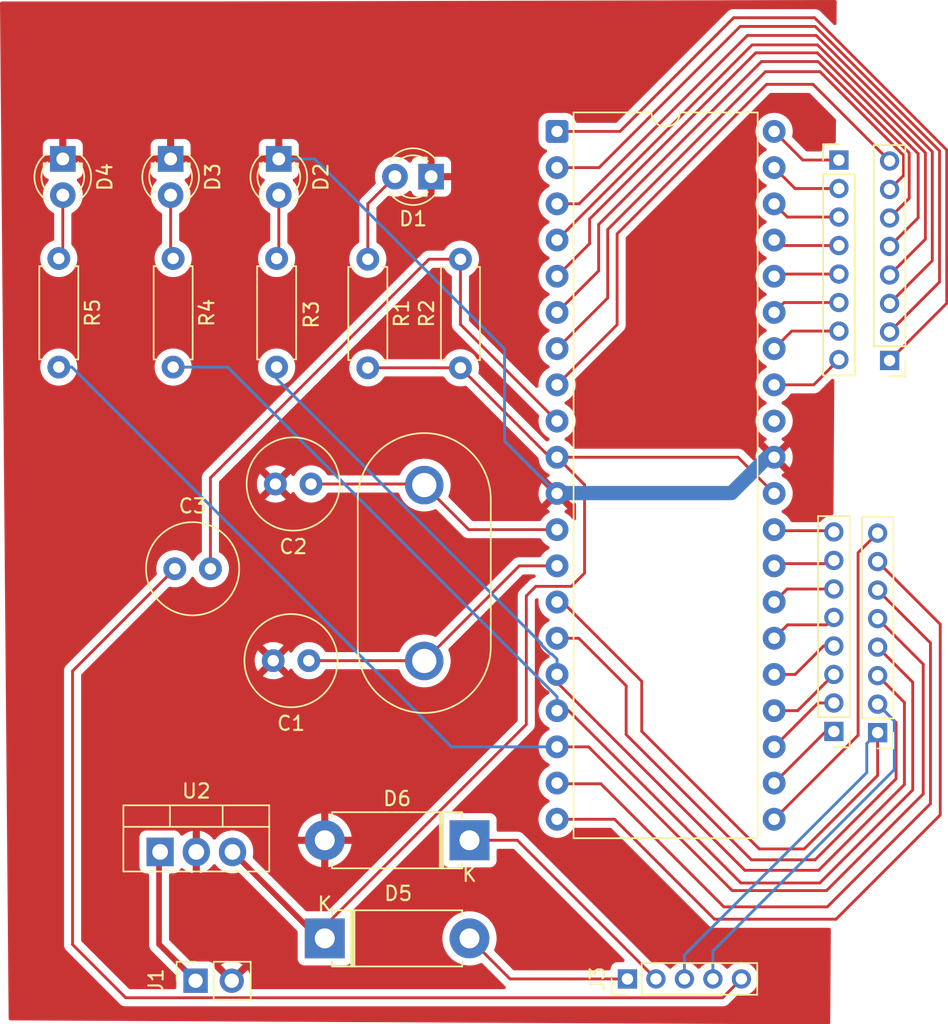
<source format=kicad_pcb>
(kicad_pcb (version 20241229) (generator "pcbnew") (generator_version "9.0")
  (layers (0 "F.Cu" signal) (2 "B.Cu" signal) (13 "F.Paste" user) (15 "B.Paste" user) (5 "F.SilkS" user "F.Silkscreen") (7 "B.SilkS" user "B.Silkscreen") (1 "F.Mask" user) (3 "B.Mask" user) (25 "Edge.Cuts" user))
  (net 0 "")
  (net 1 "XTAL1")
  (net 2 "GND")
  (net 3 "XTAL2")
  (net 4 "RESET")
  (net 5 "DTR")
  (net 6 "Net-(D1-A)")
  (net 7 "Net-(D2-A)")
  (net 8 "Net-(D3-A)")
  (net 9 "Net-(D4-A)")
  (net 10 "POWER_USB")
  (net 11 "VCC_MIC")
  (net 12 "GND_USB")
  (net 13 "External_Power")
  (net 14 "PA7")
  (net 15 "PA2")
  (net 16 "PA5")
  (net 17 "PA6")
  (net 18 "PA3")
  (net 19 "PA4")
  (net 20 "PA0")
  (net 21 "PA1")
  (net 22 "TX_MIC")
  (net 23 "RX_MIC")
  (net 24 "PB1")
  (net 25 "PB7")
  (net 26 "PB0")
  (net 27 "PB3")
  (net 28 "PB5")
  (net 29 "PB2")
  (net 30 "PB4")
  (net 31 "PB6")
  (net 32 "PC3")
  (net 33 "PC4")
  (net 34 "PC0")
  (net 35 "PC7")
  (net 36 "PC1")
  (net 37 "PC6")
  (net 38 "PC5")
  (net 39 "PC2")
  (net 40 "PD7")
  (net 41 "PD5")
  (net 42 "PD6")
  (net 43 "PD4")
  (net 44 "PD3")
  (net 45 "PD2")
  (net 46 "AREF")
  (footprint "Package_TO_SOT_THT:TO-220-3_Vertical" (layer "F.Cu") (at 106.1212 94.9758)
    (property "Reference" "U2" (at 2.54 -4.27 0) (layer "F.SilkS"))
    (property "Value" "LM7805_TO220" (hide yes))
    (fp_line (start -2.58 -3.27) (end -2.58 1.371) (stroke (width 0.12)) (layer "F.SilkS"))
    (fp_line (start -2.58 -3.27) (end 7.66 -3.27) (stroke (width 0.12)) (layer "F.SilkS"))
    (fp_line (start -2.58 -1.76) (end 7.66 -1.76) (stroke (width 0.12)) (layer "F.SilkS"))
    (fp_line (start -2.58 1.371) (end 7.66 1.371) (stroke (width 0.12)) (layer "F.SilkS"))
    (fp_line (start 0.69 -3.27) (end 0.69 -1.76) (stroke (width 0.12)) (layer "F.SilkS"))
    (fp_line (start 4.391 -3.27) (end 4.391 -1.76) (stroke (width 0.12)) (layer "F.SilkS"))
    (fp_line (start 7.66 -3.27) (end 7.66 1.371) (stroke (width 0.12)) (layer "F.SilkS"))
    (pad "1" thru_hole rect (at 0 0) (size 1.905 2) (drill 1.1) (layers "*.Cu" "*.Mask") (net 13 "External_Power"))
    (pad "2" thru_hole oval (at 2.54 0) (size 1.905 2) (drill 1.1) (layers "*.Cu" "*.Mask") (net 2 "GND"))
    (pad "3" thru_hole oval (at 5.08 0) (size 1.905 2) (drill 1.1) (layers "*.Cu" "*.Mask") (net 11 "VCC_MIC"))
  )
  (footprint "Crystal:Crystal_HC33-U_Vertical" (layer "F.Cu") (at 124.6632 69.238 -90)
    (property "Reference" "Y1" (hide yes))
    (property "Value" "Crystal")
    (fp_line (start 1.025 4.67) (end 11.315 4.67) (stroke (width 0.12)) (layer "F.SilkS"))
    (fp_line (start 1.025 -4.67) (end 11.315 -4.67) (stroke (width 0.12)) (layer "F.SilkS"))
    (fp_arc (start 1.025 4.67) (mid -3.645 0) (end 1.025 -4.67) (stroke (width 0.12)) (layer "F.SilkS"))
    (fp_arc (start 11.315 -4.67) (mid 15.985 0) (end 11.315 4.67) (stroke (width 0.12)) (layer "F.SilkS"))
    (pad "1" thru_hole circle (at 0 0 270) (size 2.7 2.7) (drill 1.7) (layers "*.Cu" "*.Mask") (net 3 "XTAL2"))
    (pad "2" thru_hole circle (at 12.34 0 270) (size 2.7 2.7) (drill 1.7) (layers "*.Cu" "*.Mask") (net 1 "XTAL1"))
  )
  (footprint "Connector_PinHeader_2.00mm:PinHeader_1x05_P2.00mm_Vertical" (layer "F.Cu") (at 138.9258 103.886 90)
    (property "Reference" "J3" (at 0 -2.11 90) (layer "F.SilkS"))
    (property "Value" "Conn_01x05_Pin" (hide yes))
    (fp_line (start -1.11 -1.11) (end 0 -1.11) (stroke (width 0.12)) (layer "F.SilkS"))
    (fp_line (start -1.11 0) (end -1.11 -1.11) (stroke (width 0.12)) (layer "F.SilkS"))
    (fp_line (start 1.11 1) (end 1.11 9.11) (stroke (width 0.12)) (layer "F.SilkS"))
    (fp_line (start -1.11 1) (end 1.11 1) (stroke (width 0.12)) (layer "F.SilkS"))
    (fp_line (start -1.11 1) (end -1.11 9.11) (stroke (width 0.12)) (layer "F.SilkS"))
    (fp_line (start -1.11 9.11) (end 1.11 9.11) (stroke (width 0.12)) (layer "F.SilkS"))
    (pad "1" thru_hole rect (at 0 0 90) (size 1.35 1.35) (drill 0.8) (layers "*.Cu" "*.Mask") (net 10 "POWER_USB"))
    (pad "2" thru_hole circle (at 0 2 90) (size 1.35 1.35) (drill 0.8) (layers "*.Cu" "*.Mask") (net 12 "GND_USB"))
    (pad "3" thru_hole circle (at 0 4 90) (size 1.35 1.35) (drill 0.8) (layers "*.Cu" "*.Mask") (net 23 "RX_MIC"))
    (pad "4" thru_hole circle (at 0 6 90) (size 1.35 1.35) (drill 0.8) (layers "*.Cu" "*.Mask") (net 22 "TX_MIC"))
    (pad "5" thru_hole circle (at 0 8 90) (size 1.35 1.35) (drill 0.8) (layers "*.Cu" "*.Mask") (net 5 "DTR"))
  )
  (footprint "Connector_PinHeader_2.00mm:PinHeader_1x08_P2.00mm_Vertical" (layer "F.Cu") (at 153.7716 46.4322)
    (property "Reference" "J2" (hide yes))
    (property "Value" "Conn_01x08_Pin" (hide yes))
    (fp_line (start -1.11 -1.11) (end 0 -1.11) (stroke (width 0.12)) (layer "F.SilkS"))
    (fp_line (start -1.11 0) (end -1.11 -1.11) (stroke (width 0.12)) (layer "F.SilkS"))
    (fp_line (start -1.11 1) (end -1.11 15.11) (stroke (width 0.12)) (layer "F.SilkS"))
    (fp_line (start -1.11 1) (end 1.11 1) (stroke (width 0.12)) (layer "F.SilkS"))
    (fp_line (start -1.11 15.11) (end 1.11 15.11) (stroke (width 0.12)) (layer "F.SilkS"))
    (fp_line (start 1.11 1) (end 1.11 15.11) (stroke (width 0.12)) (layer "F.SilkS"))
    (pad "1" thru_hole rect (at 0 0) (size 1.35 1.35) (drill 0.8) (layers "*.Cu" "*.Mask") (net 20 "PA0"))
    (pad "2" thru_hole circle (at 0 2) (size 1.35 1.35) (drill 0.8) (layers "*.Cu" "*.Mask") (net 21 "PA1"))
    (pad "3" thru_hole circle (at 0 4) (size 1.35 1.35) (drill 0.8) (layers "*.Cu" "*.Mask") (net 15 "PA2"))
    (pad "4" thru_hole circle (at 0 6) (size 1.35 1.35) (drill 0.8) (layers "*.Cu" "*.Mask") (net 18 "PA3"))
    (pad "5" thru_hole circle (at 0 8) (size 1.35 1.35) (drill 0.8) (layers "*.Cu" "*.Mask") (net 19 "PA4"))
    (pad "6" thru_hole circle (at 0 10) (size 1.35 1.35) (drill 0.8) (layers "*.Cu" "*.Mask") (net 16 "PA5"))
    (pad "7" thru_hole circle (at 0 12) (size 1.35 1.35) (drill 0.8) (layers "*.Cu" "*.Mask") (net 17 "PA6"))
    (pad "8" thru_hole circle (at 0 14) (size 1.35 1.35) (drill 0.8) (layers "*.Cu" "*.Mask") (net 14 "PA7"))
  )
  (footprint "LED_THT:LED_D3.0mm" (layer "F.Cu") (at 106.8578 46.355 -90)
    (property "Reference" "D3" (at 1.27 -2.96 90) (layer "F.SilkS"))
    (property "Value" "LED")
    (fp_line (start -0.29 1.08) (end -0.29 1.236) (stroke (width 0.12)) (layer "F.SilkS"))
    (fp_line (start -0.29 -1.236) (end -0.29 -1.08) (stroke (width 0.12)) (layer "F.SilkS"))
    (fp_arc (start 2.941397 1.080061) (mid 1.365624 1.987701) (end -0.29 1.235516) (stroke (width 0.12)) (layer "F.SilkS"))
    (fp_arc (start 2.31091 1.080049) (mid 1.269964 1.5) (end 0.229039 1.08) (stroke (width 0.12)) (layer "F.SilkS"))
    (fp_arc (start 0.229039 -1.08) (mid 1.269964 -1.5) (end 2.31091 -1.080049) (stroke (width 0.12)) (layer "F.SilkS"))
    (fp_arc (start -0.29 -1.235516) (mid 1.365624 -1.987701) (end 2.941397 -1.080061) (stroke (width 0.12)) (layer "F.SilkS"))
    (pad "1" thru_hole rect (at 0 0 270) (size 1.8 1.8) (drill 0.9) (layers "*.Cu" "*.Mask") (net 2 "GND"))
    (pad "2" thru_hole circle (at 2.54 0 270) (size 1.8 1.8) (drill 0.9) (layers "*.Cu" "*.Mask") (net 8 "Net-(D3-A)"))
  )
  (footprint "Resistor_THT:R_Axial_DIN0207_L6.3mm_D2.5mm_P7.62mm_Horizontal" (layer "F.Cu") (at 114.3 53.34 -90)
    (property "Reference" "R3" (at 3.937 -2.4384 90) (layer "F.SilkS"))
    (property "Value" "330")
    (fp_line (start 0.54 1.37) (end 7.08 1.37) (stroke (width 0.12)) (layer "F.SilkS"))
    (fp_line (start 7.08 1.37) (end 7.08 1.04) (stroke (width 0.12)) (layer "F.SilkS"))
    (fp_line (start 0.54 1.04) (end 0.54 1.37) (stroke (width 0.12)) (layer "F.SilkS"))
    (fp_line (start 0.54 -1.04) (end 0.54 -1.37) (stroke (width 0.12)) (layer "F.SilkS"))
    (fp_line (start 0.54 -1.37) (end 7.08 -1.37) (stroke (width 0.12)) (layer "F.SilkS"))
    (fp_line (start 7.08 -1.37) (end 7.08 -1.04) (stroke (width 0.12)) (layer "F.SilkS"))
    (pad "1" thru_hole circle (at 0 0 270) (size 1.6 1.6) (drill 0.8) (layers "*.Cu" "*.Mask") (net 7 "Net-(D2-A)"))
    (pad "2" thru_hole oval (at 7.62 0 270) (size 1.6 1.6) (drill 0.8) (layers "*.Cu" "*.Mask") (net 45 "PD2"))
  )
  (footprint "Connector_PinHeader_2.00mm:PinHeader_1x08_P2.00mm_Vertical" (layer "F.Cu") (at 153.416 86.5246 180)
    (property "Reference" "J5" (hide yes))
    (property "Value" "Conn_01x08_Pin" (hide yes))
    (fp_line (start 1.11 1) (end 1.11 15.11) (stroke (width 0.12)) (layer "F.SilkS"))
    (fp_line (start -1.11 15.11) (end 1.11 15.11) (stroke (width 0.12)) (layer "F.SilkS"))
    (fp_line (start -1.11 1) (end 1.11 1) (stroke (width 0.12)) (layer "F.SilkS"))
    (fp_line (start -1.11 1) (end -1.11 15.11) (stroke (width 0.12)) (layer "F.SilkS"))
    (fp_line (start -1.11 0) (end -1.11 -1.11) (stroke (width 0.12)) (layer "F.SilkS"))
    (fp_line (start -1.11 -1.11) (end 0 -1.11) (stroke (width 0.12)) (layer "F.SilkS"))
    (pad "1" thru_hole rect (at 0 0 180) (size 1.35 1.35) (drill 0.8) (layers "*.Cu" "*.Mask") (net 34 "PC0"))
    (pad "2" thru_hole circle (at 0 2 180) (size 1.35 1.35) (drill 0.8) (layers "*.Cu" "*.Mask") (net 36 "PC1"))
    (pad "3" thru_hole circle (at 0 4 180) (size 1.35 1.35) (drill 0.8) (layers "*.Cu" "*.Mask") (net 39 "PC2"))
    (pad "4" thru_hole circle (at 0 6 180) (size 1.35 1.35) (drill 0.8) (layers "*.Cu" "*.Mask") (net 32 "PC3"))
    (pad "5" thru_hole circle (at 0 8 180) (size 1.35 1.35) (drill 0.8) (layers "*.Cu" "*.Mask") (net 33 "PC4"))
    (pad "6" thru_hole circle (at 0 10 180) (size 1.35 1.35) (drill 0.8) (layers "*.Cu" "*.Mask") (net 38 "PC5"))
    (pad "7" thru_hole circle (at 0 12 180) (size 1.35 1.35) (drill 0.8) (layers "*.Cu" "*.Mask") (net 37 "PC6"))
    (pad "8" thru_hole circle (at 0 14 180) (size 1.35 1.35) (drill 0.8) (layers "*.Cu" "*.Mask") (net 35 "PC7"))
  )
  (footprint "LED_THT:LED_D3.0mm" (layer "F.Cu") (at 99.2886 46.355 -90)
    (property "Reference" "D4" (at 1.27 -2.96 90) (layer "F.SilkS"))
    (property "Value" "LED")
    (fp_line (start -0.29 1.08) (end -0.29 1.236) (stroke (width 0.12)) (layer "F.SilkS"))
    (fp_line (start -0.29 -1.236) (end -0.29 -1.08) (stroke (width 0.12)) (layer "F.SilkS"))
    (fp_arc (start 2.941397 1.080061) (mid 1.365624 1.987701) (end -0.29 1.235516) (stroke (width 0.12)) (layer "F.SilkS"))
    (fp_arc (start 2.31091 1.080049) (mid 1.269964 1.5) (end 0.229039 1.08) (stroke (width 0.12)) (layer "F.SilkS"))
    (fp_arc (start 0.229039 -1.08) (mid 1.269964 -1.5) (end 2.31091 -1.080049) (stroke (width 0.12)) (layer "F.SilkS"))
    (fp_arc (start -0.29 -1.235516) (mid 1.365624 -1.987701) (end 2.941397 -1.080061) (stroke (width 0.12)) (layer "F.SilkS"))
    (pad "1" thru_hole rect (at 0 0 270) (size 1.8 1.8) (drill 0.9) (layers "*.Cu" "*.Mask") (net 2 "GND"))
    (pad "2" thru_hole circle (at 2.54 0 270) (size 1.8 1.8) (drill 0.9) (layers "*.Cu" "*.Mask") (net 9 "Net-(D4-A)"))
  )
  (footprint "Resistor_THT:R_Axial_DIN0207_L6.3mm_D2.5mm_P7.62mm_Horizontal" (layer "F.Cu") (at 99.0092 53.34 -90)
    (property "Reference" "R5" (at 3.81 -2.37 90) (layer "F.SilkS"))
    (property "Value" "330")
    (fp_line (start 0.54 1.37) (end 7.08 1.37) (stroke (width 0.12)) (layer "F.SilkS"))
    (fp_line (start 7.08 1.37) (end 7.08 1.04) (stroke (width 0.12)) (layer "F.SilkS"))
    (fp_line (start 0.54 1.04) (end 0.54 1.37) (stroke (width 0.12)) (layer "F.SilkS"))
    (fp_line (start 0.54 -1.04) (end 0.54 -1.37) (stroke (width 0.12)) (layer "F.SilkS"))
    (fp_line (start 0.54 -1.37) (end 7.08 -1.37) (stroke (width 0.12)) (layer "F.SilkS"))
    (fp_line (start 7.08 -1.37) (end 7.08 -1.04) (stroke (width 0.12)) (layer "F.SilkS"))
    (pad "1" thru_hole circle (at 0 0 270) (size 1.6 1.6) (drill 0.8) (layers "*.Cu" "*.Mask") (net 9 "Net-(D4-A)"))
    (pad "2" thru_hole oval (at 7.62 0 270) (size 1.6 1.6) (drill 0.8) (layers "*.Cu" "*.Mask") (net 43 "PD4"))
  )
  (footprint "Diode_THT:D_5W_P10.16mm_Horizontal" (layer "F.Cu") (at 127.8382 94.1578 180)
    (property "Reference" "D6" (at 5.08 2.921 0) (layer "F.SilkS"))
    (property "Value" "D" (hide yes))
    (fp_line (start 9.65 1.97) (end 9.65 1.64) (stroke (width 0.12)) (layer "F.SilkS"))
    (fp_line (start 9.65 -1.97) (end 9.65 -1.64) (stroke (width 0.12)) (layer "F.SilkS"))
    (fp_line (start 2.085 -1.97) (end 2.085 1.97) (stroke (width 0.12)) (layer "F.SilkS"))
    (fp_line (start 1.965 -1.97) (end 1.965 1.97) (stroke (width 0.12)) (layer "F.SilkS"))
    (fp_line (start 1.845 -1.97) (end 1.845 1.97) (stroke (width 0.12)) (layer "F.SilkS"))
    (fp_line (start 0.51 1.97) (end 9.65 1.97) (stroke (width 0.12)) (layer "F.SilkS"))
    (fp_line (start 0.51 1.64) (end 0.51 1.97) (stroke (width 0.12)) (layer "F.SilkS"))
    (fp_line (start 0.51 -1.64) (end 0.51 -1.97) (stroke (width 0.12)) (layer "F.SilkS"))
    (fp_line (start 0.51 -1.97) (end 9.65 -1.97) (stroke (width 0.12)) (layer "F.SilkS"))
    (fp_text user "K" (at 0 -2.4 0) (layer "F.SilkS"))
    (pad "1" thru_hole rect (at 0 0 180) (size 2.8 2.8) (drill 1.4) (layers "*.Cu" "*.Mask") (net 12 "GND_USB"))
    (pad "2" thru_hole oval (at 10.16 0 180) (size 2.8 2.8) (drill 1.4) (layers "*.Cu" "*.Mask") (net 2 "GND"))
  )
  (footprint "Capacitor_THT:C_Radial_D6.3mm_H11.0mm_P2.50mm" (layer "F.Cu") (at 116.5606 81.557 180)
    (property "Reference" "C1" (at 1.25 -4.4 0) (layer "F.SilkS"))
    (property "Value" "22pF")
    (fp_circle (center 1.25 0) (end 4.52 0) (stroke (width 0.12)) (fill no) (layer "F.SilkS"))
    (pad "1" thru_hole circle (at 0 0 180) (size 1.6 1.6) (drill 0.8) (layers "*.Cu" "*.Mask") (net 1 "XTAL1"))
    (pad "2" thru_hole circle (at 2.5 0 180) (size 1.6 1.6) (drill 0.8) (layers "*.Cu" "*.Mask") (net 2 "GND"))
  )
  (footprint "Resistor_THT:R_Axial_DIN0207_L6.3mm_D2.5mm_P7.62mm_Horizontal" (layer "F.Cu") (at 107.0356 53.34 -90)
    (property "Reference" "R4" (at 3.81 -2.37 90) (layer "F.SilkS"))
    (property "Value" "330")
    (fp_line (start 0.54 1.37) (end 7.08 1.37) (stroke (width 0.12)) (layer "F.SilkS"))
    (fp_line (start 7.08 1.37) (end 7.08 1.04) (stroke (width 0.12)) (layer "F.SilkS"))
    (fp_line (start 0.54 1.04) (end 0.54 1.37) (stroke (width 0.12)) (layer "F.SilkS"))
    (fp_line (start 0.54 -1.04) (end 0.54 -1.37) (stroke (width 0.12)) (layer "F.SilkS"))
    (fp_line (start 0.54 -1.37) (end 7.08 -1.37) (stroke (width 0.12)) (layer "F.SilkS"))
    (fp_line (start 7.08 -1.37) (end 7.08 -1.04) (stroke (width 0.12)) (layer "F.SilkS"))
    (pad "1" thru_hole circle (at 0 0 270) (size 1.6 1.6) (drill 0.8) (layers "*.Cu" "*.Mask") (net 8 "Net-(D3-A)"))
    (pad "2" thru_hole oval (at 7.62 0 270) (size 1.6 1.6) (drill 0.8) (layers "*.Cu" "*.Mask") (net 44 "PD3"))
  )
  (footprint "Resistor_THT:R_Axial_DIN0207_L6.3mm_D2.5mm_P7.62mm_Horizontal" (layer "F.Cu") (at 127.2032 61.0108 90)
    (property "Reference" "R2" (at 3.81 -2.37 90) (layer "F.SilkS"))
    (property "Value" "10K")
    (fp_line (start 7.08 -1.37) (end 7.08 -1.04) (stroke (width 0.12)) (layer "F.SilkS"))
    (fp_line (start 0.54 -1.37) (end 7.08 -1.37) (stroke (width 0.12)) (layer "F.SilkS"))
    (fp_line (start 0.54 -1.04) (end 0.54 -1.37) (stroke (width 0.12)) (layer "F.SilkS"))
    (fp_line (start 0.54 1.04) (end 0.54 1.37) (stroke (width 0.12)) (layer "F.SilkS"))
    (fp_line (start 7.08 1.37) (end 7.08 1.04) (stroke (width 0.12)) (layer "F.SilkS"))
    (fp_line (start 0.54 1.37) (end 7.08 1.37) (stroke (width 0.12)) (layer "F.SilkS"))
    (pad "1" thru_hole circle (at 0 0 90) (size 1.6 1.6) (drill 0.8) (layers "*.Cu" "*.Mask") (net 11 "VCC_MIC"))
    (pad "2" thru_hole oval (at 7.62 0 90) (size 1.6 1.6) (drill 0.8) (layers "*.Cu" "*.Mask") (net 4 "RESET"))
  )
  (footprint "Capacitor_THT:C_Radial_D6.3mm_H11.0mm_P2.50mm" (layer "F.Cu") (at 116.713 69.1618 180)
    (property "Reference" "C2" (at 1.25 -4.4 0) (layer "F.SilkS"))
    (property "Value" "22pF")
    (fp_circle (center 1.25 0) (end 4.52 0) (stroke (width 0.12)) (fill no) (layer "F.SilkS"))
    (pad "1" thru_hole circle (at 0 0 180) (size 1.6 1.6) (drill 0.8) (layers "*.Cu" "*.Mask") (net 3 "XTAL2"))
    (pad "2" thru_hole circle (at 2.5 0 180) (size 1.6 1.6) (drill 0.8) (layers "*.Cu" "*.Mask") (net 2 "GND"))
  )
  (footprint "LED_THT:LED_D3.0mm" (layer "F.Cu") (at 114.4524 46.355 -90)
    (property "Reference" "D2" (at 1.27 -2.96 90) (layer "F.SilkS"))
    (property "Value" "LED")
    (fp_line (start -0.29 1.08) (end -0.29 1.236) (stroke (width 0.12)) (layer "F.SilkS"))
    (fp_line (start -0.29 -1.236) (end -0.29 -1.08) (stroke (width 0.12)) (layer "F.SilkS"))
    (fp_arc (start 2.941397 1.080061) (mid 1.365624 1.987701) (end -0.29 1.235516) (stroke (width 0.12)) (layer "F.SilkS"))
    (fp_arc (start 2.31091 1.080049) (mid 1.269964 1.5) (end 0.229039 1.08) (stroke (width 0.12)) (layer "F.SilkS"))
    (fp_arc (start 0.229039 -1.08) (mid 1.269964 -1.5) (end 2.31091 -1.080049) (stroke (width 0.12)) (layer "F.SilkS"))
    (fp_arc (start -0.29 -1.235516) (mid 1.365624 -1.987701) (end 2.941397 -1.080061) (stroke (width 0.12)) (layer "F.SilkS"))
    (pad "1" thru_hole rect (at 0 0 270) (size 1.8 1.8) (drill 0.9) (layers "*.Cu" "*.Mask") (net 2 "GND"))
    (pad "2" thru_hole circle (at 2.54 0 270) (size 1.8 1.8) (drill 0.9) (layers "*.Cu" "*.Mask") (net 7 "Net-(D2-A)"))
  )
  (footprint "Connector_PinHeader_2.00mm:PinHeader_1x08_P2.00mm_Vertical" (layer "F.Cu") (at 156.4894 86.6074 180)
    (property "Reference" "J6" (hide yes))
    (property "Value" "Conn_01x08_Pin" (hide yes))
    (fp_line (start 1.11 1) (end 1.11 15.11) (stroke (width 0.12)) (layer "F.SilkS"))
    (fp_line (start -1.11 15.11) (end 1.11 15.11) (stroke (width 0.12)) (layer "F.SilkS"))
    (fp_line (start -1.11 1) (end 1.11 1) (stroke (width 0.12)) (layer "F.SilkS"))
    (fp_line (start -1.11 1) (end -1.11 15.11) (stroke (width 0.12)) (layer "F.SilkS"))
    (fp_line (start -1.11 0) (end -1.11 -1.11) (stroke (width 0.12)) (layer "F.SilkS"))
    (fp_line (start -1.11 -1.11) (end 0 -1.11) (stroke (width 0.12)) (layer "F.SilkS"))
    (pad "1" thru_hole rect (at 0 0 180) (size 1.35 1.35) (drill 0.8) (layers "*.Cu" "*.Mask") (net 23 "RX_MIC"))
    (pad "2" thru_hole circle (at 0 2 180) (size 1.35 1.35) (drill 0.8) (layers "*.Cu" "*.Mask") (net 22 "TX_MIC"))
    (pad "3" thru_hole circle (at 0 4 180) (size 1.35 1.35) (drill 0.8) (layers "*.Cu" "*.Mask") (net 45 "PD2"))
    (pad "4" thru_hole circle (at 0 6 180) (size 1.35 1.35) (drill 0.8) (layers "*.Cu" "*.Mask") (net 44 "PD3"))
    (pad "5" thru_hole circle (at 0 8 180) (size 1.35 1.35) (drill 0.8) (layers "*.Cu" "*.Mask") (net 43 "PD4"))
    (pad "6" thru_hole circle (at 0 10 180) (size 1.35 1.35) (drill 0.8) (layers "*.Cu" "*.Mask") (net 41 "PD5"))
    (pad "7" thru_hole circle (at 0 12 180) (size 1.35 1.35) (drill 0.8) (layers "*.Cu" "*.Mask") (net 42 "PD6"))
    (pad "8" thru_hole circle (at 0 14 180) (size 1.35 1.35) (drill 0.8) (layers "*.Cu" "*.Mask") (net 40 "PD7"))
  )
  (footprint "Connector_PinSocket_2.54mm:PinSocket_1x02_P2.54mm_Vertical" (layer "F.Cu") (at 108.6104 104.013 90)
    (property "Reference" "J1" (at 0 -2.77 90) (layer "F.SilkS"))
    (property "Value" "Conn_01x02_Socket" (hide yes))
    (fp_line (start 1.33 -1.33) (end 1.33 0) (stroke (width 0.12)) (layer "F.SilkS"))
    (fp_line (start 0 -1.33) (end 1.33 -1.33) (stroke (width 0.12)) (layer "F.SilkS"))
    (fp_line (start 1.33 1.27) (end 1.33 3.87) (stroke (width 0.12)) (layer "F.SilkS"))
    (fp_line (start -1.33 1.27) (end 1.33 1.27) (stroke (width 0.12)) (layer "F.SilkS"))
    (fp_line (start -1.33 1.27) (end -1.33 3.87) (stroke (width 0.12)) (layer "F.SilkS"))
    (fp_line (start -1.33 3.87) (end 1.33 3.87) (stroke (width 0.12)) (layer "F.SilkS"))
    (pad "1" thru_hole rect (at 0 0 90) (size 1.7 1.7) (drill 1) (layers "*.Cu" "*.Mask") (net 13 "External_Power"))
    (pad "2" thru_hole circle (at 0 2.54 90) (size 1.7 1.7) (drill 1) (layers "*.Cu" "*.Mask") (net 2 "GND"))
  )
  (footprint "Package_DIP:DIP-40_W15.24mm" (layer "F.Cu") (at 133.985 44.4246)
    (property "Reference" "U1" (hide yes))
    (property "Value" "ATmega32A-P")
    (fp_line (start 1.16 -1.33) (end 1.16 49.59) (stroke (width 0.12)) (layer "F.SilkS"))
    (fp_line (start 1.16 49.59) (end 14.08 49.59) (stroke (width 0.12)) (layer "F.SilkS"))
    (fp_line (start 6.62 -1.33) (end 1.16 -1.33) (stroke (width 0.12)) (layer "F.SilkS"))
    (fp_line (start 14.08 -1.33) (end 8.62 -1.33) (stroke (width 0.12)) (layer "F.SilkS"))
    (fp_line (start 14.08 49.59) (end 14.08 -1.33) (stroke (width 0.12)) (layer "F.SilkS"))
    (fp_arc (start 8.62 -1.33) (mid 7.62 -0.33) (end 6.62 -1.33) (stroke (width 0.12)) (layer "F.SilkS"))
    (pad "1" thru_hole roundrect (at 0 0) (size 1.6 1.6) (drill 0.8) (layers "*.Cu" "*.Mask") (roundrect_rratio 0.15625) (net 26 "PB0"))
    (pad "2" thru_hole circle (at 0 2.54) (size 1.6 1.6) (drill 0.8) (layers "*.Cu" "*.Mask") (net 24 "PB1"))
    (pad "3" thru_hole circle (at 0 5.08) (size 1.6 1.6) (drill 0.8) (layers "*.Cu" "*.Mask") (net 29 "PB2"))
    (pad "4" thru_hole circle (at 0 7.62) (size 1.6 1.6) (drill 0.8) (layers "*.Cu" "*.Mask") (net 27 "PB3"))
    (pad "5" thru_hole circle (at 0 10.16) (size 1.6 1.6) (drill 0.8) (layers "*.Cu" "*.Mask") (net 30 "PB4"))
    (pad "6" thru_hole circle (at 0 12.7) (size 1.6 1.6) (drill 0.8) (layers "*.Cu" "*.Mask") (net 28 "PB5"))
    (pad "7" thru_hole circle (at 0 15.24) (size 1.6 1.6) (drill 0.8) (layers "*.Cu" "*.Mask") (net 31 "PB6"))
    (pad "8" thru_hole circle (at 0 17.78) (size 1.6 1.6) (drill 0.8) (layers "*.Cu" "*.Mask") (net 25 "PB7"))
    (pad "9" thru_hole circle (at 0 20.32) (size 1.6 1.6) (drill 0.8) (layers "*.Cu" "*.Mask") (net 4 "RESET"))
    (pad "10" thru_hole circle (at 0 22.86) (size 1.6 1.6) (drill 0.8) (layers "*.Cu" "*.Mask") (net 11 "VCC_MIC"))
    (pad "11" thru_hole circle (at 0 25.4) (size 1.6 1.6) (drill 0.8) (layers "*.Cu" "*.Mask") (net 2 "GND"))
    (pad "12" thru_hole circle (at 0 27.94) (size 1.6 1.6) (drill 0.8) (layers "*.Cu" "*.Mask") (net 3 "XTAL2"))
    (pad "13" thru_hole circle (at 0 30.48) (size 1.6 1.6) (drill 0.8) (layers "*.Cu" "*.Mask") (net 1 "XTAL1"))
    (pad "14" thru_hole circle (at 0 33.02) (size 1.6 1.6) (drill 0.8) (layers "*.Cu" "*.Mask") (net 23 "RX_MIC"))
    (pad "15" thru_hole circle (at 0 35.56) (size 1.6 1.6) (drill 0.8) (layers "*.Cu" "*.Mask") (net 22 "TX_MIC"))
    (pad "16" thru_hole circle (at 0 38.1) (size 1.6 1.6) (drill 0.8) (layers "*.Cu" "*.Mask") (net 45 "PD2"))
    (pad "17" thru_hole circle (at 0 40.64) (size 1.6 1.6) (drill 0.8) (layers "*.Cu" "*.Mask") (net 44 "PD3"))
    (pad "18" thru_hole circle (at 0 43.18) (size 1.6 1.6) (drill 0.8) (layers "*.Cu" "*.Mask") (net 43 "PD4"))
    (pad "19" thru_hole circle (at 0 45.72) (size 1.6 1.6) (drill 0.8) (layers "*.Cu" "*.Mask") (net 41 "PD5"))
    (pad "20" thru_hole circle (at 0 48.26) (size 1.6 1.6) (drill 0.8) (layers "*.Cu" "*.Mask") (net 42 "PD6"))
    (pad "21" thru_hole circle (at 15.24 48.26) (size 1.6 1.6) (drill 0.8) (layers "*.Cu" "*.Mask") (net 40 "PD7"))
    (pad "22" thru_hole circle (at 15.24 45.72) (size 1.6 1.6) (drill 0.8) (layers "*.Cu" "*.Mask") (net 34 "PC0"))
    (pad "23" thru_hole circle (at 15.24 43.18) (size 1.6 1.6) (drill 0.8) (layers "*.Cu" "*.Mask") (net 36 "PC1"))
    (pad "24" thru_hole circle (at 15.24 40.64) (size 1.6 1.6) (drill 0.8) (layers "*.Cu" "*.Mask") (net 39 "PC2"))
    (pad "25" thru_hole circle (at 15.24 38.1) (size 1.6 1.6) (drill 0.8) (layers "*.Cu" "*.Mask") (net 32 "PC3"))
    (pad "26" thru_hole circle (at 15.24 35.56) (size 1.6 1.6) (drill 0.8) (layers "*.Cu" "*.Mask") (net 33 "PC4"))
    (pad "27" thru_hole circle (at 15.24 33.02) (size 1.6 1.6) (drill 0.8) (layers "*.Cu" "*.Mask") (net 38 "PC5"))
    (pad "28" thru_hole circle (at 15.24 30.48) (size 1.6 1.6) (drill 0.8) (layers "*.Cu" "*.Mask") (net 37 "PC6"))
    (pad "29" thru_hole circle (at 15.24 27.94) (size 1.6 1.6) (drill 0.8) (layers "*.Cu" "*.Mask") (net 35 "PC7"))
    (pad "30" thru_hole circle (at 15.24 25.4) (size 1.6 1.6) (drill 0.8) (layers "*.Cu" "*.Mask") (net 11 "VCC_MIC"))
    (pad "31" thru_hole circle (at 15.24 22.86) (size 1.6 1.6) (drill 0.8) (layers "*.Cu" "*.Mask") (net 2 "GND"))
    (pad "32" thru_hole circle (at 15.24 20.32) (size 1.6 1.6) (drill 0.8) (layers "*.Cu" "*.Mask") (net 46 "AREF"))
    (pad "33" thru_hole circle (at 15.24 17.78) (size 1.6 1.6) (drill 0.8) (layers "*.Cu" "*.Mask") (net 14 "PA7"))
    (pad "34" thru_hole circle (at 15.24 15.24) (size 1.6 1.6) (drill 0.8) (layers "*.Cu" "*.Mask") (net 17 "PA6"))
    (pad "35" thru_hole circle (at 15.24 12.7) (size 1.6 1.6) (drill 0.8) (layers "*.Cu" "*.Mask") (net 16 "PA5"))
    (pad "36" thru_hole circle (at 15.24 10.16) (size 1.6 1.6) (drill 0.8) (layers "*.Cu" "*.Mask") (net 19 "PA4"))
    (pad "37" thru_hole circle (at 15.24 7.62) (size 1.6 1.6) (drill 0.8) (layers "*.Cu" "*.Mask") (net 18 "PA3"))
    (pad "38" thru_hole circle (at 15.24 5.08) (size 1.6 1.6) (drill 0.8) (layers "*.Cu" "*.Mask") (net 15 "PA2"))
    (pad "39" thru_hole circle (at 15.24 2.54) (size 1.6 1.6) (drill 0.8) (layers "*.Cu" "*.Mask") (net 21 "PA1"))
    (pad "40" thru_hole circle (at 15.24 0) (size 1.6 1.6) (drill 0.8) (layers "*.Cu" "*.Mask") (net 20 "PA0"))
  )
  (footprint "Connector_PinHeader_2.00mm:PinHeader_1x08_P2.00mm_Vertical" (layer "F.Cu") (at 157.3276 60.4962 180)
    (property "Reference" "J4" (hide yes))
    (property "Value" "Conn_01x08_Pin" (hide yes))
    (fp_line (start 1.11 1) (end 1.11 15.11) (stroke (width 0.12)) (layer "F.SilkS"))
    (fp_line (start -1.11 15.11) (end 1.11 15.11) (stroke (width 0.12)) (layer "F.SilkS"))
    (fp_line (start -1.11 1) (end 1.11 1) (stroke (width 0.12)) (layer "F.SilkS"))
    (fp_line (start -1.11 1) (end -1.11 15.11) (stroke (width 0.12)) (layer "F.SilkS"))
    (fp_line (start -1.11 0) (end -1.11 -1.11) (stroke (width 0.12)) (layer "F.SilkS"))
    (fp_line (start -1.11 -1.11) (end 0 -1.11) (stroke (width 0.12)) (layer "F.SilkS"))
    (pad "1" thru_hole rect (at 0 0 180) (size 1.35 1.35) (drill 0.8) (layers "*.Cu" "*.Mask") (net 26 "PB0"))
    (pad "2" thru_hole circle (at 0 2 180) (size 1.35 1.35) (drill 0.8) (layers "*.Cu" "*.Mask") (net 24 "PB1"))
    (pad "3" thru_hole circle (at 0 4 180) (size 1.35 1.35) (drill 0.8) (layers "*.Cu" "*.Mask") (net 29 "PB2"))
    (pad "4" thru_hole circle (at 0 6 180) (size 1.35 1.35) (drill 0.8) (layers "*.Cu" "*.Mask") (net 27 "PB3"))
    (pad "5" thru_hole circle (at 0 8 180) (size 1.35 1.35) (drill 0.8) (layers "*.Cu" "*.Mask") (net 30 "PB4"))
    (pad "6" thru_hole circle (at 0 10 180) (size 1.35 1.35) (drill 0.8) (layers "*.Cu" "*.Mask") (net 28 "PB5"))
    (pad "7" thru_hole circle (at 0 12 180) (size 1.35 1.35) (drill 0.8) (layers "*.Cu" "*.Mask") (net 31 "PB6"))
    (pad "8" thru_hole circle (at 0 14 180) (size 1.35 1.35) (drill 0.8) (layers "*.Cu" "*.Mask") (net 25 "PB7"))
  )
  (footprint "Resistor_THT:R_Axial_DIN0207_L6.3mm_D2.5mm_P7.62mm_Horizontal" (layer "F.Cu") (at 120.7008 53.3908 -90)
    (property "Reference" "R1" (at 3.81 -2.37 90) (layer "F.SilkS"))
    (property "Value" "330")
    (fp_line (start 0.54 1.37) (end 7.08 1.37) (stroke (width 0.12)) (layer "F.SilkS"))
    (fp_line (start 7.08 1.37) (end 7.08 1.04) (stroke (width 0.12)) (layer "F.SilkS"))
    (fp_line (start 0.54 1.04) (end 0.54 1.37) (stroke (width 0.12)) (layer "F.SilkS"))
    (fp_line (start 0.54 -1.04) (end 0.54 -1.37) (stroke (width 0.12)) (layer "F.SilkS"))
    (fp_line (start 0.54 -1.37) (end 7.08 -1.37) (stroke (width 0.12)) (layer "F.SilkS"))
    (fp_line (start 7.08 -1.37) (end 7.08 -1.04) (stroke (width 0.12)) (layer "F.SilkS"))
    (pad "1" thru_hole circle (at 0 0 270) (size 1.6 1.6) (drill 0.8) (layers "*.Cu" "*.Mask") (net 6 "Net-(D1-A)"))
    (pad "2" thru_hole oval (at 7.62 0 270) (size 1.6 1.6) (drill 0.8) (layers "*.Cu" "*.Mask") (net 11 "VCC_MIC"))
  )
  (footprint "Capacitor_THT:C_Radial_D6.3mm_H11.0mm_P2.50mm" (layer "F.Cu") (at 107.1518 75.1078)
    (property "Reference" "C3" (at 1.25 -4.4 0) (layer "F.SilkS"))
    (property "Value" "0.1uF")
    (fp_circle (center 1.25 0) (end 4.52 0) (stroke (width 0.12)) (fill no) (layer "F.SilkS"))
    (pad "1" thru_hole circle (at 0 0) (size 1.6 1.6) (drill 0.8) (layers "*.Cu" "*.Mask") (net 5 "DTR"))
    (pad "2" thru_hole circle (at 2.5 0) (size 1.6 1.6) (drill 0.8) (layers "*.Cu" "*.Mask") (net 4 "RESET"))
  )
  (footprint "Diode_THT:D_5W_P10.16mm_Horizontal" (layer "F.Cu") (at 117.6782 101.0412)
    (property "Reference" "D5" (at 5.1562 -3.1496 0) (layer "F.SilkS"))
    (property "Value" "D" (hide yes))
    (fp_line (start 0.51 -1.97) (end 9.65 -1.97) (stroke (width 0.12)) (layer "F.SilkS"))
    (fp_line (start 0.51 -1.64) (end 0.51 -1.97) (stroke (width 0.12)) (layer "F.SilkS"))
    (fp_line (start 0.51 1.64) (end 0.51 1.97) (stroke (width 0.12)) (layer "F.SilkS"))
    (fp_line (start 0.51 1.97) (end 9.65 1.97) (stroke (width 0.12)) (layer "F.SilkS"))
    (fp_line (start 1.845 -1.97) (end 1.845 1.97) (stroke (width 0.12)) (layer "F.SilkS"))
    (fp_line (start 1.965 -1.97) (end 1.965 1.97) (stroke (width 0.12)) (layer "F.SilkS"))
    (fp_line (start 2.085 -1.97) (end 2.085 1.97) (stroke (width 0.12)) (layer "F.SilkS"))
    (fp_line (start 9.65 -1.97) (end 9.65 -1.64) (stroke (width 0.12)) (layer "F.SilkS"))
    (fp_line (start 9.65 1.97) (end 9.65 1.64) (stroke (width 0.12)) (layer "F.SilkS"))
    (fp_text user "K" (at 0 -2.4 0) (layer "F.SilkS"))
    (pad "1" thru_hole rect (at 0 0) (size 2.8 2.8) (drill 1.4) (layers "*.Cu" "*.Mask") (net 11 "VCC_MIC"))
    (pad "2" thru_hole oval (at 10.16 0) (size 2.8 2.8) (drill 1.4) (layers "*.Cu" "*.Mask") (net 10 "POWER_USB"))
  )
  (footprint "LED_THT:LED_D3.0mm_FlatTop" (layer "F.Cu") (at 125.1458 47.5996 180)
    (property "Reference" "D1" (at 1.27 -2.96 0) (layer "F.SilkS"))
    (property "Value" "LED")
    (fp_line (start -0.29 1.08) (end -0.29 1.236) (stroke (width 0.12)) (layer "F.SilkS"))
    (fp_line (start -0.29 -1.236) (end -0.29 -1.08) (stroke (width 0.12)) (layer "F.SilkS"))
    (fp_arc (start 2.941397 1.080061) (mid 1.365624 1.987701) (end -0.29 1.235516) (stroke (width 0.12)) (layer "F.SilkS"))
    (fp_arc (start 2.31091 1.080049) (mid 1.269964 1.5) (end 0.229039 1.08) (stroke (width 0.12)) (layer "F.SilkS"))
    (fp_arc (start 0.229039 -1.08) (mid 1.269964 -1.5) (end 2.31091 -1.080049) (stroke (width 0.12)) (layer "F.SilkS"))
    (fp_arc (start -0.29 -1.235516) (mid 1.365624 -1.987701) (end 2.941397 -1.080061) (stroke (width 0.12)) (layer "F.SilkS"))
    (pad "1" thru_hole rect (at 0 0 180) (size 1.8 1.8) (drill 0.9) (layers "*.Cu" "*.Mask") (net 2 "GND"))
    (pad "2" thru_hole circle (at 2.54 0 180) (size 1.8 1.8) (drill 0.9) (layers "*.Cu" "*.Mask") (net 6 "Net-(D1-A)"))
  )
  (segment (start 133.985 74.9046) (end 131.3366 74.9046) (width 0.2) (layer "F.Cu") (net 1))
  (segment (start 116.5606 81.557) (end 124.6422 81.557) (width 0.2) (layer "F.Cu") (net 1))
  (segment (start 131.3366 74.9046) (end 124.6632 81.578) (width 0.2) (layer "F.Cu") (net 1))
  (segment (start 124.6422 81.557) (end 124.6632 81.578) (width 0.2) (layer "F.Cu") (net 1))
  (segment (start 130.302 59.69) (end 130.302 66.1416) (width 0.2) (layer "B.Cu") (net 2))
  (segment (start 146.2278 69.7992) (end 134.0104 69.7992) (width 1) (layer "B.Cu") (net 2))
  (segment (start 148.7424 67.2846) (end 146.2278 69.7992) (width 1) (layer "B.Cu") (net 2))
  (segment (start 114.4524 46.355) (end 116.967 46.355) (width 0.2) (layer "B.Cu") (net 2))
  (segment (start 130.302 66.1416) (end 133.985 69.8246) (width 0.2) (layer "B.Cu") (net 2))
  (segment (start 116.967 46.355) (end 130.302 59.69) (width 0.2) (layer "B.Cu") (net 2))
  (segment (start 149.225 67.2846) (end 148.7424 67.2846) (width 1) (layer "B.Cu") (net 2))
  (segment (start 134.0104 69.7992) (end 133.985 69.8246) (width 1) (layer "B.Cu") (net 2))
  (segment (start 133.985 72.3646) (end 127.7898 72.3646) (width 0.2) (layer "F.Cu") (net 3))
  (segment (start 127.7898 72.3646) (end 124.6632 69.238) (width 0.2) (layer "F.Cu") (net 3))
  (segment (start 124.587 69.1618) (end 124.6632 69.238) (width 0.2) (layer "F.Cu") (net 3))
  (segment (start 116.713 69.1618) (end 124.587 69.1618) (width 0.2) (layer "F.Cu") (net 3))
  (segment (start 127.2032 57.9628) (end 133.985 64.7446) (width 0.2) (layer "F.Cu") (net 4))
  (segment (start 109.6518 68.7324) (end 124.9934 53.3908) (width 0.2) (layer "F.Cu") (net 4))
  (segment (start 124.9934 53.3908) (end 127.2032 53.3908) (width 0.2) (layer "F.Cu") (net 4))
  (segment (start 109.6518 75.1078) (end 109.6518 68.7324) (width 0.2) (layer "F.Cu") (net 4))
  (segment (start 127.2032 53.3908) (end 127.2032 57.9628) (width 0.2) (layer "F.Cu") (net 4))
  (segment (start 99.9744 101.473) (end 99.9744 82.2852) (width 0.2) (layer "F.Cu") (net 5))
  (segment (start 145.605 105.2068) (end 146.9258 103.886) (width 0.2) (layer "F.Cu") (net 5))
  (segment (start 103.7082 105.2068) (end 99.9744 101.473) (width 0.2) (layer "F.Cu") (net 5))
  (segment (start 99.9744 82.2852) (end 107.1518 75.1078) (width 0.2) (layer "F.Cu") (net 5))
  (segment (start 103.7082 105.2068) (end 145.605 105.2068) (width 0.2) (layer "F.Cu") (net 5))
  (segment (start 120.7008 49.5046) (end 120.7008 53.3908) (width 0.2) (layer "F.Cu") (net 6))
  (segment (start 122.6058 47.5996) (end 120.7008 49.5046) (width 0.2) (layer "F.Cu") (net 6))
  (segment (start 114.173 53.213) (end 114.3 53.34) (width 0.2) (layer "F.Cu") (net 7))
  (segment (start 114.4524 53.1876) (end 114.3 53.34) (width 0.2) (layer "F.Cu") (net 7))
  (segment (start 114.4524 48.895) (end 114.4524 53.1876) (width 0.2) (layer "F.Cu") (net 7))
  (segment (start 106.8578 53.1622) (end 107.0356 53.34) (width 0.2) (layer "F.Cu") (net 8))
  (segment (start 106.8578 48.895) (end 106.8578 53.1622) (width 0.2) (layer "F.Cu") (net 8))
  (segment (start 106.5784 52.8828) (end 107.0356 53.34) (width 0.2) (layer "F.Cu") (net 8))
  (segment (start 99.2886 53.0606) (end 99.0092 53.34) (width 0.2) (layer "F.Cu") (net 9))
  (segment (start 99.2886 48.895) (end 99.2886 53.0606) (width 0.2) (layer "F.Cu") (net 9))
  (segment (start 138.9258 103.886) (end 130.683 103.886) (width 0.2) (layer "F.Cu") (net 10))
  (segment (start 130.683 103.886) (end 127.8382 101.0412) (width 0.2) (layer "F.Cu") (net 10))
  (segment (start 120.7008 61.0108) (end 127.2032 61.0108) (width 0.2) (layer "F.Cu") (net 11))
  (segment (start 133.985 67.2846) (end 135.9154 69.215) (width 0.2) (layer "F.Cu") (net 11))
  (segment (start 117.2666 101.0412) (end 111.2012 94.9758) (width 0.4) (layer "F.Cu") (net 11))
  (segment (start 133.477 67.2846) (end 133.985 67.2846) (width 0.2) (layer "F.Cu") (net 11))
  (segment (start 117.6782 101.0412) (end 117.2666 101.0412) (width 0.2) (layer "F.Cu") (net 11))
  (segment (start 131.826 77.0128) (end 131.826 86.0298) (width 0.2) (layer "F.Cu") (net 11))
  (segment (start 146.685 67.2846) (end 149.225 69.8246) (width 0.2) (layer "F.Cu") (net 11))
  (segment (start 135.9154 75.4126) (end 134.9844 76.3436) (width 0.2) (layer "F.Cu") (net 11))
  (segment (start 127.2032 61.0108) (end 133.477 67.2846) (width 0.2) (layer "F.Cu") (net 11))
  (segment (start 135.9154 69.215) (end 135.9154 75.4126) (width 0.2) (layer "F.Cu") (net 11))
  (segment (start 132.4952 76.3436) (end 131.826 77.0128) (width 0.2) (layer "F.Cu") (net 11))
  (segment (start 117.6782 100.1776) (end 117.6782 101.0412) (width 0.2) (layer "F.Cu") (net 11))
  (segment (start 134.9844 76.3436) (end 132.4952 76.3436) (width 0.2) (layer "F.Cu") (net 11))
  (segment (start 133.985 67.2846) (end 146.685 67.2846) (width 0.2) (layer "F.Cu") (net 11))
  (segment (start 131.826 86.0298) (end 117.6782 100.1776) (width 0.2) (layer "F.Cu") (net 11))
  (segment (start 140.9258 103.886) (end 131.1976 94.1578) (width 0.2) (layer "F.Cu") (net 12))
  (segment (start 131.1976 94.1578) (end 127.8382 94.1578) (width 0.2) (layer "F.Cu") (net 12))
  (segment (start 106.045 101.4476) (end 106.045 95.052) (width 0.4) (layer "F.Cu") (net 13))
  (segment (start 108.6104 104.013) (end 106.045 101.4476) (width 0.4) (layer "F.Cu") (net 13))
  (segment (start 106.045 95.052) (end 106.1212 94.9758) (width 0.2) (layer "F.Cu") (net 13))
  (segment (start 151.9992 62.2046) (end 149.225 62.2046) (width 0.2) (layer "F.Cu") (net 14))
  (segment (start 153.7716 60.4322) (end 151.9992 62.2046) (width 0.2) (layer "F.Cu") (net 14))
  (segment (start 150.1526 50.4322) (end 149.225 49.5046) (width 0.2) (layer "F.Cu") (net 15))
  (segment (start 153.7716 50.4322) (end 150.1526 50.4322) (width 0.2) (layer "F.Cu") (net 15))
  (segment (start 153.7716 56.4322) (end 149.9174 56.4322) (width 0.2) (layer "F.Cu") (net 16))
  (segment (start 149.9174 56.4322) (end 149.225 57.1246) (width 0.2) (layer "F.Cu") (net 16))
  (segment (start 150.4574 58.4322) (end 149.225 59.6646) (width 0.2) (layer "F.Cu") (net 17))
  (segment (start 153.7716 58.4322) (end 150.4574 58.4322) (width 0.2) (layer "F.Cu") (net 17))
  (segment (start 153.7716 52.4322) (end 149.6126 52.4322) (width 0.2) (layer "F.Cu") (net 18))
  (segment (start 149.6126 52.4322) (end 149.225 52.0446) (width 0.2) (layer "F.Cu") (net 18))
  (segment (start 149.3774 54.4322) (end 149.225 54.5846) (width 0.2) (layer "F.Cu") (net 19))
  (segment (start 153.7716 54.4322) (end 149.3774 54.4322) (width 0.2) (layer "F.Cu") (net 19))
  (segment (start 153.7716 46.4322) (end 151.2326 46.4322) (width 0.2) (layer "F.Cu") (net 20))
  (segment (start 151.2326 46.4322) (end 149.225 44.4246) (width 0.2) (layer "F.Cu") (net 20))
  (segment (start 150.6926 48.4322) (end 149.225 46.9646) (width 0.2) (layer "F.Cu") (net 21))
  (segment (start 153.7716 48.4322) (end 150.6926 48.4322) (width 0.2) (layer "F.Cu") (net 21))
  (segment (start 147.6248 95.5294) (end 138.8364 86.741) (width 0.2) (layer "F.Cu") (net 22))
  (segment (start 157.7848 89.8398) (end 152.0952 95.5294) (width 0.2) (layer "F.Cu") (net 22))
  (segment (start 138.8364 86.741) (end 138.8364 83.312) (width 0.2) (layer "F.Cu") (net 22))
  (segment (start 157.7848 85.9028) (end 157.7848 89.8398) (width 0.2) (layer "F.Cu") (net 22))
  (segment (start 135.509 79.9846) (end 133.985 79.9846) (width 0.2) (layer "F.Cu") (net 22))
  (segment (start 138.8364 83.312) (end 135.509 79.9846) (width 0.2) (layer "F.Cu") (net 22))
  (segment (start 156.4894 84.6074) (end 157.7848 85.9028) (width 0.2) (layer "F.Cu") (net 22))
  (segment (start 152.0952 95.5294) (end 147.6248 95.5294) (width 0.2) (layer "F.Cu") (net 22))
  (segment (start 157.6578 85.7758) (end 156.4894 84.6074) (width 0.2) (layer "B.Cu") (net 22))
  (segment (start 157.6578 89.2048) (end 157.6578 85.7758) (width 0.2) (layer "B.Cu") (net 22))
  (segment (start 144.9258 103.886) (end 144.9258 101.9368) (width 0.2) (layer "B.Cu") (net 22))
  (segment (start 144.9258 101.9368) (end 157.6578 89.2048) (width 0.2) (layer "B.Cu") (net 22))
  (segment (start 151.3332 94.7674) (end 156.4894 89.6112) (width 0.2) (layer "F.Cu") (net 23))
  (segment (start 134.366 77.4446) (end 139.9286 83.0072) (width 0.2) (layer "F.Cu") (net 23))
  (segment (start 156.4894 89.6112) (end 156.4894 86.9256) (width 0.2) (layer "F.Cu") (net 23))
  (segment (start 139.9286 83.0072) (end 139.9286 86.5124) (width 0.2) (layer "F.Cu") (net 23))
  (segment (start 139.9286 86.5124) (end 148.1836 94.7674) (width 0.2) (layer "F.Cu") (net 23))
  (segment (start 148.1836 94.7674) (end 151.3332 94.7674) (width 0.2) (layer "F.Cu") (net 23))
  (segment (start 133.985 77.4446) (end 134.366 77.4446) (width 0.2) (layer "F.Cu") (net 23))
  (segment (start 142.9258 103.886) (end 142.9258 102.2096) (width 0.2) (layer "B.Cu") (net 23))
  (segment (start 155.7274 89.408) (end 155.7274 87.3694) (width 0.2) (layer "B.Cu") (net 23))
  (segment (start 155.7274 87.3694) (end 156.4894 86.6074) (width 0.2) (layer "B.Cu") (net 23))
  (segment (start 142.9258 102.2096) (end 155.7274 89.408) (width 0.2) (layer "B.Cu") (net 23))
  (segment (start 146.8374 37.0586) (end 136.9314 46.9646) (width 0.2) (layer "F.Cu") (net 24))
  (segment (start 157.3276 58.4962) (end 160.8328 54.991) (width 0.2) (layer "F.Cu") (net 24))
  (segment (start 136.9314 46.9646) (end 133.985 46.9646) (width 0.2) (layer "F.Cu") (net 24))
  (segment (start 152.105773 37.0586) (end 146.8374 37.0586) (width 0.2) (layer "F.Cu") (net 24))
  (segment (start 160.8328 45.785627) (end 152.105773 37.0586) (width 0.2) (layer "F.Cu") (net 24))
  (segment (start 160.8328 54.991) (end 160.8328 45.785627) (width 0.2) (layer "F.Cu") (net 24))
  (segment (start 148.6916 41.1226) (end 138.2014 51.6128) (width 0.2) (layer "F.Cu") (net 25))
  (segment (start 138.2014 57.9882) (end 133.985 62.2046) (width 0.2) (layer "F.Cu") (net 25))
  (segment (start 138.2014 51.6128) (end 138.2014 57.9882) (width 0.2) (layer "F.Cu") (net 25))
  (segment (start 151.954 41.1226) (end 148.6916 41.1226) (width 0.2) (layer "F.Cu") (net 25))
  (segment (start 157.3276 46.4962) (end 151.954 41.1226) (width 0.2) (layer "F.Cu") (net 25))
  (segment (start 161.3408 45.726527) (end 161.3408 56.483) (width 0.2) (layer "F.Cu") (net 26))
  (segment (start 138.4046 44.4246) (end 146.3802 36.449) (width 0.2) (layer "F.Cu") (net 26))
  (segment (start 146.3802 36.449) (end 152.063273 36.449) (width 0.2) (layer "F.Cu") (net 26))
  (segment (start 161.3408 56.483) (end 157.3276 60.4962) (width 0.2) (layer "F.Cu") (net 26))
  (segment (start 152.063273 36.449) (end 161.3408 45.726527) (width 0.2) (layer "F.Cu") (net 26))
  (segment (start 133.985 44.4246) (end 138.4046 44.4246) (width 0.2) (layer "F.Cu") (net 26))
  (segment (start 157.3276 54.4962) (end 159.8422 51.9816) (width 0.2) (layer "F.Cu") (net 27))
  (segment (start 152.266973 38.354) (end 147.6756 38.354) (width 0.2) (layer "F.Cu") (net 27))
  (segment (start 147.6756 38.354) (end 133.985 52.0446) (width 0.2) (layer "F.Cu") (net 27))
  (segment (start 159.8422 51.9816) (end 159.8422 45.929227) (width 0.2) (layer "F.Cu") (net 27))
  (segment (start 159.8422 45.929227) (end 152.266973 38.354) (width 0.2) (layer "F.Cu") (net 27))
  (segment (start 158.7046 45.925827) (end 152.301173 39.5224) (width 0.2) (layer "F.Cu") (net 28))
  (segment (start 136.906 50.9524) (end 136.906 54.2036) (width 0.2) (layer "F.Cu") (net 28))
  (segment (start 157.3276 50.4962) (end 158.7046 49.1192) (width 0.2) (layer "F.Cu") (net 28))
  (segment (start 148.336 39.5224) (end 136.906 50.9524) (width 0.2) (layer "F.Cu") (net 28))
  (segment (start 136.906 54.2036) (end 133.985 57.1246) (width 0.2) (layer "F.Cu") (net 28))
  (segment (start 158.7046 49.1192) (end 158.7046 45.925827) (width 0.2) (layer "F.Cu") (net 28))
  (segment (start 152.301173 39.5224) (end 148.336 39.5224) (width 0.2) (layer "F.Cu") (net 28))
  (segment (start 152.173673 37.6936) (end 160.3248 45.844727) (width 0.2) (layer "F.Cu") (net 29))
  (segment (start 147.3454 37.6936) (end 152.173673 37.6936) (width 0.2) (layer "F.Cu") (net 29))
  (segment (start 133.985 49.5046) (end 135.5344 49.5046) (width 0.2) (layer "F.Cu") (net 29))
  (segment (start 160.3248 53.499) (end 157.3276 56.4962) (width 0.2) (layer "F.Cu") (net 29))
  (segment (start 160.3248 45.844727) (end 160.3248 53.499) (width 0.2) (layer "F.Cu") (net 29))
  (segment (start 135.5344 49.5046) (end 147.3454 37.6936) (width 0.2) (layer "F.Cu") (net 29))
  (segment (start 136.271 50.5714) (end 147.9296 38.9128) (width 0.2) (layer "F.Cu") (net 30))
  (segment (start 159.3342 45.988327) (end 159.3342 50.4896) (width 0.2) (layer "F.Cu") (net 30))
  (segment (start 133.985 54.5846) (end 136.271 52.2986) (width 0.2) (layer "F.Cu") (net 30))
  (segment (start 159.3342 50.4896) (end 157.3276 52.4962) (width 0.2) (layer "F.Cu") (net 30))
  (segment (start 136.271 52.2986) (end 136.271 50.5714) (width 0.2) (layer "F.Cu") (net 30))
  (segment (start 147.9296 38.9128) (end 152.258673 38.9128) (width 0.2) (layer "F.Cu") (net 30))
  (segment (start 152.258673 38.9128) (end 159.3342 45.988327) (width 0.2) (layer "F.Cu") (net 30))
  (segment (start 148.6154 40.2336) (end 137.541 51.308) (width 0.2) (layer "F.Cu") (net 31))
  (segment (start 158.3036 46.091927) (end 152.445273 40.2336) (width 0.2) (layer "F.Cu") (net 31))
  (segment (start 137.541 51.308) (end 137.541 56.1086) (width 0.2) (layer "F.Cu") (net 31))
  (segment (start 152.445273 40.2336) (end 148.6154 40.2336) (width 0.2) (layer "F.Cu") (net 31))
  (segment (start 157.3276 48.4962) (end 158.3036 47.5202) (width 0.2) (layer "F.Cu") (net 31))
  (segment (start 137.541 56.1086) (end 133.985 59.6646) (width 0.2) (layer "F.Cu") (net 31))
  (segment (start 158.3036 47.5202) (end 158.3036 46.091927) (width 0.2) (layer "F.Cu") (net 31))
  (segment (start 152.6982 80.5246) (end 150.6982 82.5246) (width 0.2) (layer "F.Cu") (net 32))
  (segment (start 153.416 80.5246) (end 152.6982 80.5246) (width 0.2) (layer "F.Cu") (net 32))
  (segment (start 150.6982 82.5246) (end 149.225 82.5246) (width 0.2) (layer "F.Cu") (net 32))
  (segment (start 152.8958 79.0448) (end 150.1648 79.0448) (width 0.2) (layer "F.Cu") (net 33))
  (segment (start 153.416 78.5246) (end 152.8958 79.0448) (width 0.2) (layer "F.Cu") (net 33))
  (segment (start 150.1648 79.0448) (end 149.225 79.9846) (width 0.2) (layer "F.Cu") (net 33))
  (segment (start 152.845 86.5246) (end 149.225 90.1446) (width 0.2) (layer "F.Cu") (net 34))
  (segment (start 153.416 86.5246) (end 152.845 86.5246) (width 0.2) (layer "F.Cu") (net 34))
  (segment (start 153.416 72.5246) (end 153.3322 72.4408) (width 0.2) (layer "F.Cu") (net 35))
  (segment (start 149.3012 72.4408) (end 149.225 72.3646) (width 0.2) (layer "F.Cu") (net 35))
  (segment (start 153.3322 72.4408) (end 149.3012 72.4408) (width 0.2) (layer "F.Cu") (net 35))
  (segment (start 152.305 84.5246) (end 149.225 87.6046) (width 0.2) (layer "F.Cu") (net 36))
  (segment (start 153.416 84.5246) (end 152.305 84.5246) (width 0.2) (layer "F.Cu") (net 36))
  (segment (start 153.416 74.5246) (end 153.1884 74.7522) (width 0.2) (layer "F.Cu") (net 37))
  (segment (start 149.3774 74.7522) (end 149.225 74.9046) (width 0.2) (layer "F.Cu") (net 37))
  (segment (start 153.1884 74.7522) (end 149.3774 74.7522) (width 0.2) (layer "F.Cu") (net 37))
  (segment (start 153.4104 76.5302) (end 150.1394 76.5302) (width 0.2) (layer "F.Cu") (net 38))
  (segment (start 153.416 76.5246) (end 153.4104 76.5302) (width 0.2) (layer "F.Cu") (net 38))
  (segment (start 150.1394 76.5302) (end 149.225 77.4446) (width 0.2) (layer "F.Cu") (net 38))
  (segment (start 153.416 82.5246) (end 150.876 85.0646) (width 0.2) (layer "F.Cu") (net 39))
  (segment (start 150.876 85.0646) (end 149.225 85.0646) (width 0.2) (layer "F.Cu") (net 39))
  (segment (start 155.1178 73.979) (end 156.4894 72.6074) (width 0.2) (layer "F.Cu") (net 40))
  (segment (start 155.1178 86.7918) (end 149.225 92.6846) (width 0.2) (layer "F.Cu") (net 40))
  (segment (start 155.1178 86.7918) (end 155.1178 73.979) (width 0.2) (layer "F.Cu") (net 40))
  (segment (start 145.6944 98.8314) (end 152.9588 98.8314) (width 0.2) (layer "F.Cu") (net 41))
  (segment (start 160.1978 80.3158) (end 156.4894 76.6074) (width 0.2) (layer "F.Cu") (net 41))
  (segment (start 133.985 90.1446) (end 134.0358 90.1954) (width 0.2) (layer "F.Cu") (net 41))
  (segment (start 152.9588 98.8314) (end 160.1978 91.5924) (width 0.2) (layer "F.Cu") (net 41))
  (segment (start 134.0358 90.1954) (end 137.0584 90.1954) (width 0.2) (layer "F.Cu") (net 41))
  (segment (start 160.1978 91.5924) (end 160.1978 80.3158) (width 0.2) (layer "F.Cu") (net 41))
  (segment (start 137.0584 90.1954) (end 145.6944 98.8314) (width 0.2) (layer "F.Cu") (net 41))
  (segment (start 145.034 99.695) (end 153.5684 99.695) (width 0.2) (layer "F.Cu") (net 42))
  (segment (start 133.985 92.6846) (end 138.0236 92.6846) (width 0.2) (layer "F.Cu") (net 42))
  (segment (start 160.8836 79.0016) (end 156.4894 74.6074) (width 0.2) (layer "F.Cu") (net 42))
  (segment (start 153.5684 99.695) (end 160.8836 92.3798) (width 0.2) (layer "F.Cu") (net 42))
  (segment (start 138.0236 92.6846) (end 145.034 99.695) (width 0.2) (layer "F.Cu") (net 42))
  (segment (start 160.8836 92.3798) (end 160.8836 79.0016) (width 0.2) (layer "F.Cu") (net 42))
  (segment (start 133.985 87.6046) (end 136.1948 87.6046) (width 0.2) (layer "F.Cu") (net 43))
  (segment (start 146.2786 97.6884) (end 152.908 97.6884) (width 0.2) (layer "F.Cu") (net 43))
  (segment (start 136.1948 87.6046) (end 146.2786 97.6884) (width 0.2) (layer "F.Cu") (net 43))
  (segment (start 159.6898 81.8078) (end 156.4894 78.6074) (width 0.2) (layer "F.Cu") (net 43))
  (segment (start 159.6898 90.9066) (end 159.6898 81.8078) (width 0.2) (layer "F.Cu") (net 43))
  (segment (start 152.908 97.6884) (end 159.6898 90.9066) (width 0.2) (layer "F.Cu") (net 43))
  (segment (start 99.9236 60.96) (end 99.0092 60.96) (width 0.2) (layer "B.Cu") (net 43))
  (segment (start 133.985 87.6046) (end 126.5682 87.6046) (width 0.2) (layer "B.Cu") (net 43))
  (segment (start 126.5682 87.6046) (end 99.9236 60.96) (width 0.2) (layer "B.Cu") (net 43))
  (segment (start 152.4254 97.155) (end 158.9532 90.6272) (width 0.2) (layer "F.Cu") (net 44))
  (segment (start 158.9532 83.0712) (end 156.4894 80.6074) (width 0.2) (layer "F.Cu") (net 44))
  (segment (start 158.9532 90.6272) (end 158.9532 83.0712) (width 0.2) (layer "F.Cu") (net 44))
  (segment (start 134.7978 85.0646) (end 146.8882 97.155) (width 0.2) (layer "F.Cu") (net 44))
  (segment (start 133.985 85.0646) (end 134.7978 85.0646) (width 0.2) (layer "F.Cu") (net 44))
  (segment (start 146.8882 97.155) (end 152.4254 97.155) (width 0.2) (layer "F.Cu") (net 44))
  (segment (start 133.985 84.08165) (end 133.985 85.0646) (width 0.2) (layer "B.Cu") (net 44))
  (segment (start 110.86335 60.96) (end 133.985 84.08165) (width 0.2) (layer "B.Cu") (net 44))
  (segment (start 107.0356 60.96) (end 110.86335 60.96) (width 0.2) (layer "B.Cu") (net 44))
  (segment (start 158.369 84.487) (end 156.4894 82.6074) (width 0.2) (layer "F.Cu") (net 45))
  (segment (start 147.1676 96.266) (end 152.3492 96.266) (width 0.2) (layer "F.Cu") (net 45))
  (segment (start 133.985 82.9564) (end 133.985 82.5246) (width 0.2) (layer "F.Cu") (net 45))
  (segment (start 152.3492 96.266) (end 158.369 90.2462) (width 0.2) (layer "F.Cu") (net 45))
  (segment (start 133.985 83.0834) (end 147.1676 96.266) (width 0.2) (layer "F.Cu") (net 45))
  (segment (start 133.985 82.5246) (end 133.985 83.0834) (width 0.2) (layer "F.Cu") (net 45))
  (segment (start 158.369 90.2462) (end 158.369 84.487) (width 0.2) (layer "F.Cu") (net 45))
  (segment (start 133.985 81.4578) (end 133.985 82.5246) (width 0.2) (layer "B.Cu") (net 45))
  (segment (start 132.884 80.44065) (end 133.52895 81.0856) (width 0.2) (layer "B.Cu") (net 45))
  (segment (start 114.3 61.7728) (end 132.884 80.3568) (width 0.2) (layer "B.Cu") (net 45))
  (segment (start 133.52895 81.0856) (end 133.6128 81.0856) (width 0.2) (layer "B.Cu") (net 45))
  (segment (start 133.6128 81.0856) (end 133.985 81.4578) (width 0.2) (layer "B.Cu") (net 45))
  (segment (start 114.3 60.96) (end 114.3 61.7728) (width 0.2) (layer "B.Cu") (net 45))
  (segment (start 132.884 80.3568) (end 132.884 80.44065) (width 0.2) (layer "B.Cu") (net 45))
  (zone (net 2) (net_name "GND") (layer "F.Cu") (connect_pads (clearance 0.5)) (min_thickness 0.25) (fill yes (thermal_gap 0.5) (thermal_bridge_width 0.5))
    (polygon (pts (xy 153.616878 35.204202) (xy 153.161803 107.080769) (xy 95.488207 106.794337) (xy 94.880657 35.306) (xy 110.2106 35.306)))
  )
)
</source>
